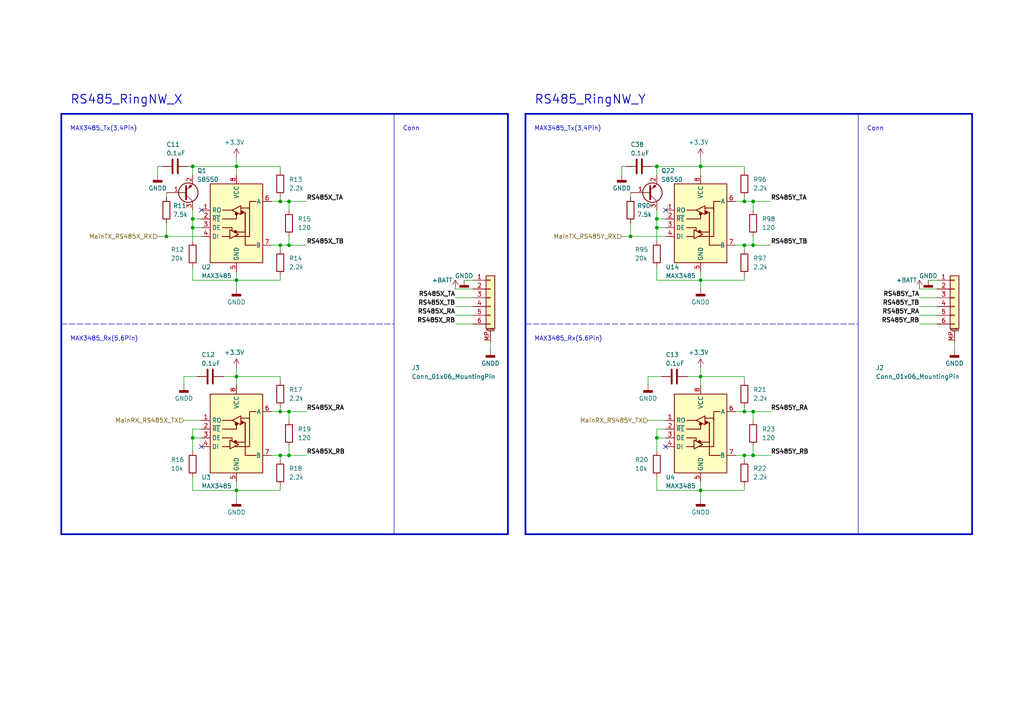
<source format=kicad_sch>
(kicad_sch (version 20230121) (generator eeschema)
  (paper "A4")
  (lib_symbols
    (symbol "Connector_Generic_MountingPin:Conn_01x06_MountingPin" (pin_names (offset 1.016) hide)
      (property "Reference" "J" (at 0 7.62 0))
      (property "Value" "Conn_01x06_MountingPin" (at 1.27 -10.16 0))
      (symbol "Conn_01x06_MountingPin_1_1"
        (rectangle (start -1.27 -7.493) (end 0 -7.747) (stroke (width 0.1524)))
        (rectangle (start -1.27 -4.953) (end 0 -5.207) (stroke (width 0.1524)))
        (rectangle (start -1.27 -2.413) (end 0 -2.667) (stroke (width 0.1524)))
        (rectangle (start -1.27 0.127) (end 0 -0.127) (stroke (width 0.1524)))
        (rectangle (start -1.27 2.667) (end 0 2.413) (stroke (width 0.1524)))
        (rectangle (start -1.27 5.207) (end 0 4.953) (stroke (width 0.1524)))
        (rectangle (start -1.27 6.35) (end 1.27 -8.89) (stroke (width 0.254)) (fill (type background)))
        (polyline (pts (xy -1.016 -9.652) (xy 1.016 -9.652)) (stroke (width 0.1524)))
        (text "Mounting" (at 0 -9.271 0) (effects (font (size 0.381 0.381))))
        (pin passive line (at -5.08 5.08 0) (length 3.81) (name "Pin_1") (number "1"))
        (pin passive line (at -5.08 2.54 0) (length 3.81) (name "Pin_2") (number "2"))
        (pin passive line (at -5.08 0 0) (length 3.81) (name "Pin_3") (number "3"))
        (pin passive line (at -5.08 -2.54 0) (length 3.81) (name "Pin_4") (number "4"))
        (pin passive line (at -5.08 -5.08 0) (length 3.81) (name "Pin_5") (number "5"))
        (pin passive line (at -5.08 -7.62 0) (length 3.81) (name "Pin_6") (number "6"))
        (pin passive line (at 0 -12.7 90) (length 3.048) (name "MountPin") (number "MP"))
      )
    )
    (symbol "Device:C" (pin_numbers hide) (pin_names (offset 0.254))
      (property "Reference" "C" (at 0.635 2.54 0))
      (property "Value" "C" (at 0.635 -2.54 0))
      (symbol "C_0_1"
        (polyline (pts (xy -2.032 -0.762) (xy 2.032 -0.762)) (stroke (width 0.508)))
        (polyline (pts (xy -2.032 0.762) (xy 2.032 0.762)) (stroke (width 0.508)))
      )
      (symbol "C_1_1"
        (pin passive line (at 0 3.81 270) (length 2.794) (name "~") (number "1"))
        (pin passive line (at 0 -3.81 90) (length 2.794) (name "~") (number "2"))
      )
    )
    (symbol "Device:Q_PNP_BEC" (pin_names (offset 0) hide)
      (property "Reference" "Q" (at 5.08 1.27 0))
      (property "Value" "Q_PNP_BEC" (at 5.08 -1.27 0))
      (symbol "Q_PNP_BEC_0_1"
        (polyline (pts (xy 0.635 0.635) (xy 2.54 2.54)))
        (polyline (pts (xy 0.635 -0.635) (xy 2.54 -2.54) (xy 2.54 -2.54)))
        (polyline (pts (xy 0.635 1.905) (xy 0.635 -1.905) (xy 0.635 -1.905)) (stroke (width 0.508)))
        (polyline (pts (xy 2.286 -1.778) (xy 1.778 -2.286) (xy 1.27 -1.27) (xy 2.286 -1.778) (xy 2.286 -1.778)) (fill (type outline)))
        (circle (center 1.27 0) (radius 2.8194) (stroke (width 0.254)))
      )
      (symbol "Q_PNP_BEC_1_1"
        (pin input line (at -5.08 0 0) (length 5.715) (name "B") (number "1"))
        (pin passive line (at 2.54 -5.08 90) (length 2.54) (name "E") (number "2"))
        (pin passive line (at 2.54 5.08 270) (length 2.54) (name "C") (number "3"))
      )
    )
    (symbol "Device:R" (pin_numbers hide) (pin_names (offset 0))
      (property "Reference" "R" (at 2.032 0 90))
      (property "Value" "R" (at 0 0 90))
      (symbol "R_0_1"
        (rectangle (start -1.016 -2.54) (end 1.016 2.54) (stroke (width 0.254)))
      )
      (symbol "R_1_1"
        (pin passive line (at 0 3.81 270) (length 1.27) (name "~") (number "1"))
        (pin passive line (at 0 -3.81 90) (length 1.27) (name "~") (number "2"))
      )
    )
    (symbol "MAX3485_1"
      (property "Reference" "U?" (at 2.0194 15.24 0))
      (property "Value" "MAX3485" (at 2.0194 12.7 0))
      (symbol "MAX3485_1_0_1"
        (rectangle (start -7.62 10.16) (end 7.62 -12.7) (stroke (width 0.254)) (fill (type background)))
        (circle (center -0.3048 -3.683) (radius 0.3556) (stroke (width 0.254)) (fill (type outline)))
        (circle (center -0.0254 1.4986) (radius 0.3556) (stroke (width 0.254)) (fill (type outline)))
        (polyline (pts (xy -4.064 -5.08) (xy -1.905 -5.08)) (stroke (width 0.254)))
        (polyline (pts (xy -4.064 2.54) (xy -1.27 2.54)) (stroke (width 0.254)))
        (polyline (pts (xy -1.27 -3.2004) (xy -1.27 -3.4544)) (stroke (width 0.254)))
        (polyline (pts (xy -0.635 -5.08) (xy 3.81 -5.08)) (stroke (width 0.254)))
        (polyline (pts (xy -4.064 -2.54) (xy -1.27 -2.54) (xy -1.27 -3.175)) (stroke (width 0.254)))
        (polyline (pts (xy 0 1.27) (xy 0 0) (xy -4.064 0)) (stroke (width 0.254)))
        (polyline (pts (xy 1.27 3.175) (xy 3.81 3.175) (xy 3.81 -5.08)) (stroke (width 0.254)))
        (polyline (pts (xy 2.54 1.905) (xy 2.54 -3.81) (xy 0 -3.81)) (stroke (width 0.254)))
        (polyline (pts (xy -1.905 -3.175) (xy -1.905 -5.715) (xy 0.635 -4.445) (xy -1.905 -3.175)) (stroke (width 0.254)))
        (polyline (pts (xy -1.27 2.54) (xy 1.27 3.81) (xy 1.27 1.27) (xy -1.27 2.54)) (stroke (width 0.254)))
        (polyline (pts (xy 3.81 3.175) (xy 3.81 2.54) (xy 3.81 5.08) (xy 5.715 5.08)) (stroke (width 0.254)))
        (polyline (pts (xy 1.905 1.905) (xy 2.54 1.905) (xy 2.54 -3.81) (xy 2.54 -6.985) (xy 2.54 -7.62) (xy 5.08 -7.62) (xy 5.715 -7.62)) (stroke (width 0.254)))
        (rectangle (start 1.27 3.175) (end 1.27 3.175))
        (circle (center 1.651 1.905) (radius 0.3556) (stroke (width 0.254)) (fill (type outline)))
      )
      (symbol "MAX3485_1_1_1"
        (pin output line (at -10.16 2.54 0) (length 2.54) (name "RO") (number "1"))
        (pin input line (at -10.16 0 0) (length 2.54) (name "~{RE}") (number "2"))
        (pin input line (at -10.16 -2.54 0) (length 2.54) (name "DE") (number "3"))
        (pin input line (at -10.16 -5.08 0) (length 2.54) (name "DI") (number "4"))
        (pin power_in line (at 0 -15.24 90) (length 2.54) (name "GND") (number "5"))
        (pin bidirectional line (at 10.16 5.08 180) (length 2.54) (name "A") (number "6"))
        (pin bidirectional line (at 10.16 -7.62 180) (length 2.54) (name "B") (number "7"))
        (pin power_in line (at 0 12.7 270) (length 2.54) (name "VCC") (number "8"))
      )
    )
    (symbol "power:+3.3V" (power) (pin_names (offset 0))
      (property "Value" "+3.3V" (at 0 3.556 0))
      (symbol "+3.3V_0_1"
        (polyline (pts (xy -0.762 1.27) (xy 0 2.54)))
        (polyline (pts (xy 0 0) (xy 0 2.54)))
        (polyline (pts (xy 0 2.54) (xy 0.762 1.27)))
      )
      (symbol "+3.3V_1_1"
        (pin power_in line (at 0 0 90) (length 0) hide (name "+3.3V") (number "1"))
      )
    )
    (symbol "power:+BATT" (power) (pin_names (offset 0))
      (property "Value" "+BATT" (at 0 3.556 0))
      (symbol "+BATT_0_1"
        (polyline (pts (xy -0.762 1.27) (xy 0 2.54)))
        (polyline (pts (xy 0 0) (xy 0 2.54)))
        (polyline (pts (xy 0 2.54) (xy 0.762 1.27)))
      )
      (symbol "+BATT_1_1"
        (pin power_in line (at 0 0 90) (length 0) hide (name "+BATT") (number "1"))
      )
    )
    (symbol "power:GNDD" (power) (pin_names (offset 0))
      (property "Value" "GNDD" (at 0 -3.175 0))
      (symbol "GNDD_0_1"
        (rectangle (start -1.27 -1.524) (end 1.27 -2.032) (stroke (width 0.254)) (fill (type outline)))
        (polyline (pts (xy 0 0) (xy 0 -1.524)))
      )
      (symbol "GNDD_1_1"
        (pin power_in line (at 0 0 270) (length 0) hide (name "GNDD") (number "1"))
      )
    )
  )
  (junction (at 81.28 71.12))
  (junction (at 55.88 63.5))
  (junction (at 55.88 66.04))
  (junction (at 182.88 68.58))
  (junction (at 83.82 58.42))
  (junction (at 215.9 58.42))
  (junction (at 203.2 48.26))
  (junction (at 218.44 132.08))
  (junction (at 215.9 119.38))
  (junction (at 218.44 58.42))
  (junction (at 190.5 66.04))
  (junction (at 68.58 81.28))
  (junction (at 81.28 132.08))
  (junction (at 55.88 127))
  (junction (at 48.26 68.58))
  (junction (at 68.58 109.22))
  (junction (at 190.5 127))
  (junction (at 203.2 109.22))
  (junction (at 190.5 48.26))
  (junction (at 81.28 119.38))
  (junction (at 68.58 142.24))
  (junction (at 218.44 71.12))
  (junction (at 203.2 142.24))
  (junction (at 203.2 81.28))
  (junction (at 68.58 48.26))
  (junction (at 215.9 132.08))
  (junction (at 81.28 58.42))
  (junction (at 218.44 119.38))
  (junction (at 83.82 132.08))
  (junction (at 83.82 71.12))
  (junction (at 83.82 119.38))
  (junction (at 55.88 48.26))
  (junction (at 190.5 63.5))
  (junction (at 215.9 71.12))
  (no_connect (at 193.04 60.96))
  (no_connect (at 193.04 129.54))
  (no_connect (at 58.42 60.96))
  (no_connect (at 58.42 129.54))
  (wire (pts (xy 48.26 64.77) (xy 48.26 68.58)))
  (wire (pts (xy 137.16 86.36) (xy 132.08 86.36)))
  (wire (pts (xy 137.16 91.44) (xy 132.08 91.44)))
  (wire (pts (xy 190.5 63.5) (xy 190.5 66.04)))
  (wire (pts (xy 53.34 121.92) (xy 58.42 121.92)))
  (wire (pts (xy 190.5 124.46) (xy 193.04 124.46)))
  (wire (pts (xy 68.58 81.28) (xy 81.28 81.28)))
  (polyline (pts (xy 152.4 154.94) (xy 281.94 154.94)) (stroke (width 0.5) (type solid)))
  (wire (pts (xy 81.28 140.97) (xy 81.28 142.24)))
  (wire (pts (xy 81.28 71.12) (xy 81.28 72.39)))
  (wire (pts (xy 203.2 48.26) (xy 215.9 48.26)))
  (wire (pts (xy 215.9 80.01) (xy 215.9 81.28)))
  (wire (pts (xy 81.28 109.22) (xy 81.28 110.49)))
  (wire (pts (xy 78.74 132.08) (xy 81.28 132.08)))
  (wire (pts (xy 83.82 119.38) (xy 88.9 119.38)))
  (wire (pts (xy 203.2 109.22) (xy 203.2 111.76)))
  (wire (pts (xy 182.88 68.58) (xy 193.04 68.58)))
  (wire (pts (xy 64.77 109.22) (xy 68.58 109.22)))
  (wire (pts (xy 137.16 81.28) (xy 134.62 81.28)))
  (wire (pts (xy 81.28 80.01) (xy 81.28 81.28)))
  (wire (pts (xy 83.82 132.08) (xy 88.9 132.08)))
  (wire (pts (xy 81.28 58.42) (xy 83.82 58.42)))
  (wire (pts (xy 215.9 48.26) (xy 215.9 49.53)))
  (wire (pts (xy 266.7 83.82) (xy 271.78 83.82)))
  (wire (pts (xy 190.5 81.28) (xy 203.2 81.28)))
  (wire (pts (xy 215.9 132.08) (xy 218.44 132.08)))
  (wire (pts (xy 45.72 48.26) (xy 46.99 48.26)))
  (wire (pts (xy 78.74 119.38) (xy 81.28 119.38)))
  (wire (pts (xy 83.82 119.38) (xy 83.82 121.92)))
  (wire (pts (xy 215.9 58.42) (xy 218.44 58.42)))
  (wire (pts (xy 187.96 121.92) (xy 193.04 121.92)))
  (wire (pts (xy 215.9 118.11) (xy 215.9 119.38)))
  (wire (pts (xy 215.9 71.12) (xy 215.9 72.39)))
  (polyline (pts (xy 17.78 93.98) (xy 114.3 93.98)) (stroke (width 0) (type dash)))
  (polyline (pts (xy 152.4 93.98) (xy 248.92 93.98)) (stroke (width 0) (type dash)))
  (wire (pts (xy 271.78 91.44) (xy 266.7 91.44)))
  (wire (pts (xy 55.88 81.28) (xy 68.58 81.28)))
  (wire (pts (xy 180.34 48.26) (xy 181.61 48.26)))
  (wire (pts (xy 218.44 132.08) (xy 223.52 132.08)))
  (wire (pts (xy 190.5 60.96) (xy 190.5 63.5)))
  (wire (pts (xy 78.74 58.42) (xy 81.28 58.42)))
  (wire (pts (xy 81.28 119.38) (xy 83.82 119.38)))
  (wire (pts (xy 213.36 119.38) (xy 215.9 119.38)))
  (wire (pts (xy 203.2 81.28) (xy 215.9 81.28)))
  (wire (pts (xy 215.9 119.38) (xy 218.44 119.38)))
  (wire (pts (xy 55.88 50.8) (xy 55.88 48.26)))
  (wire (pts (xy 213.36 132.08) (xy 215.9 132.08)))
  (wire (pts (xy 55.88 48.26) (xy 68.58 48.26)))
  (wire (pts (xy 182.88 64.77) (xy 182.88 68.58)))
  (wire (pts (xy 215.9 109.22) (xy 215.9 110.49)))
  (wire (pts (xy 190.5 48.26) (xy 203.2 48.26)))
  (wire (pts (xy 203.2 109.22) (xy 203.2 106.68)))
  (wire (pts (xy 276.86 99.06) (xy 276.86 101.6)))
  (wire (pts (xy 190.5 63.5) (xy 193.04 63.5)))
  (wire (pts (xy 53.34 109.22) (xy 57.15 109.22)))
  (wire (pts (xy 48.26 55.88) (xy 48.26 57.15)))
  (wire (pts (xy 48.26 68.58) (xy 58.42 68.58)))
  (wire (pts (xy 68.58 81.28) (xy 68.58 83.82)))
  (wire (pts (xy 68.58 109.22) (xy 68.58 111.76)))
  (wire (pts (xy 199.39 109.22) (xy 203.2 109.22)))
  (polyline (pts (xy 17.78 33.02) (xy 17.78 154.94)) (stroke (width 0.5) (type solid)))
  (wire (pts (xy 81.28 57.15) (xy 81.28 58.42)))
  (wire (pts (xy 203.2 81.28) (xy 203.2 83.82)))
  (wire (pts (xy 218.44 129.54) (xy 218.44 132.08)))
  (wire (pts (xy 190.5 66.04) (xy 190.5 69.85)))
  (wire (pts (xy 271.78 86.36) (xy 266.7 86.36)))
  (polyline (pts (xy 152.4 33.02) (xy 152.4 154.94)) (stroke (width 0.5) (type solid)))
  (wire (pts (xy 81.28 48.26) (xy 81.28 49.53)))
  (wire (pts (xy 215.9 140.97) (xy 215.9 142.24)))
  (wire (pts (xy 68.58 48.26) (xy 68.58 45.72)))
  (wire (pts (xy 45.72 50.8) (xy 45.72 48.26)))
  (wire (pts (xy 218.44 71.12) (xy 223.52 71.12)))
  (polyline (pts (xy 281.94 154.94) (xy 281.94 33.02)) (stroke (width 0.5) (type solid)))
  (wire (pts (xy 187.96 111.76) (xy 187.96 109.22)))
  (wire (pts (xy 203.2 78.74) (xy 203.2 81.28)))
  (wire (pts (xy 53.34 111.76) (xy 53.34 109.22)))
  (wire (pts (xy 203.2 109.22) (xy 215.9 109.22)))
  (wire (pts (xy 187.96 109.22) (xy 191.77 109.22)))
  (wire (pts (xy 180.34 68.58) (xy 182.88 68.58)))
  (wire (pts (xy 218.44 58.42) (xy 218.44 60.96)))
  (wire (pts (xy 203.2 48.26) (xy 203.2 45.72)))
  (wire (pts (xy 132.08 83.82) (xy 137.16 83.82)))
  (wire (pts (xy 45.72 68.58) (xy 48.26 68.58)))
  (wire (pts (xy 55.88 127) (xy 55.88 130.81)))
  (wire (pts (xy 213.36 71.12) (xy 215.9 71.12)))
  (wire (pts (xy 137.16 88.9) (xy 132.08 88.9)))
  (polyline (pts (xy 17.78 154.94) (xy 147.32 154.94)) (stroke (width 0.5) (type solid)))
  (wire (pts (xy 81.28 118.11) (xy 81.28 119.38)))
  (wire (pts (xy 190.5 66.04) (xy 193.04 66.04)))
  (wire (pts (xy 215.9 57.15) (xy 215.9 58.42)))
  (wire (pts (xy 218.44 58.42) (xy 223.52 58.42)))
  (polyline (pts (xy 281.94 33.02) (xy 152.4 33.02)) (stroke (width 0.5) (type solid)))
  (wire (pts (xy 218.44 119.38) (xy 223.52 119.38)))
  (wire (pts (xy 190.5 142.24) (xy 203.2 142.24)))
  (wire (pts (xy 142.24 99.06) (xy 142.24 101.6)))
  (wire (pts (xy 68.58 109.22) (xy 81.28 109.22)))
  (wire (pts (xy 68.58 78.74) (xy 68.58 81.28)))
  (wire (pts (xy 54.61 48.26) (xy 55.88 48.26)))
  (wire (pts (xy 213.36 58.42) (xy 215.9 58.42)))
  (wire (pts (xy 55.88 63.5) (xy 55.88 66.04)))
  (wire (pts (xy 83.82 71.12) (xy 88.9 71.12)))
  (wire (pts (xy 68.58 48.26) (xy 81.28 48.26)))
  (wire (pts (xy 68.58 142.24) (xy 68.58 144.78)))
  (wire (pts (xy 55.88 66.04) (xy 55.88 69.85)))
  (wire (pts (xy 203.2 139.7) (xy 203.2 142.24)))
  (wire (pts (xy 83.82 58.42) (xy 88.9 58.42)))
  (wire (pts (xy 55.88 60.96) (xy 55.88 63.5)))
  (wire (pts (xy 189.23 48.26) (xy 190.5 48.26)))
  (wire (pts (xy 218.44 68.58) (xy 218.44 71.12)))
  (wire (pts (xy 190.5 127) (xy 190.5 130.81)))
  (wire (pts (xy 55.88 127) (xy 58.42 127)))
  (wire (pts (xy 68.58 142.24) (xy 81.28 142.24)))
  (wire (pts (xy 203.2 142.24) (xy 215.9 142.24)))
  (wire (pts (xy 203.2 48.26) (xy 203.2 50.8)))
  (wire (pts (xy 68.58 109.22) (xy 68.58 106.68)))
  (wire (pts (xy 83.82 129.54) (xy 83.82 132.08)))
  (wire (pts (xy 271.78 88.9) (xy 266.7 88.9)))
  (wire (pts (xy 190.5 77.47) (xy 190.5 81.28)))
  (polyline (pts (xy 147.32 154.94) (xy 147.32 33.02)) (stroke (width 0.5) (type solid)))
  (wire (pts (xy 55.88 124.46) (xy 58.42 124.46)))
  (wire (pts (xy 55.88 66.04) (xy 58.42 66.04)))
  (wire (pts (xy 81.28 132.08) (xy 83.82 132.08)))
  (wire (pts (xy 215.9 71.12) (xy 218.44 71.12)))
  (wire (pts (xy 190.5 50.8) (xy 190.5 48.26)))
  (wire (pts (xy 218.44 119.38) (xy 218.44 121.92)))
  (wire (pts (xy 55.88 138.43) (xy 55.88 142.24)))
  (wire (pts (xy 81.28 132.08) (xy 81.28 133.35)))
  (wire (pts (xy 83.82 58.42) (xy 83.82 60.96)))
  (wire (pts (xy 68.58 48.26) (xy 68.58 50.8)))
  (wire (pts (xy 55.88 63.5) (xy 58.42 63.5)))
  (wire (pts (xy 137.16 93.98) (xy 132.08 93.98)))
  (wire (pts (xy 190.5 138.43) (xy 190.5 142.24)))
  (wire (pts (xy 55.88 142.24) (xy 68.58 142.24)))
  (wire (pts (xy 215.9 132.08) (xy 215.9 133.35)))
  (wire (pts (xy 190.5 124.46) (xy 190.5 127)))
  (wire (pts (xy 68.58 139.7) (xy 68.58 142.24)))
  (wire (pts (xy 203.2 142.24) (xy 203.2 144.78)))
  (wire (pts (xy 78.74 71.12) (xy 81.28 71.12)))
  (wire (pts (xy 55.88 77.47) (xy 55.88 81.28)))
  (polyline (pts (xy 147.32 33.02) (xy 17.78 33.02)) (stroke (width 0.5) (type solid)))
  (wire (pts (xy 180.34 50.8) (xy 180.34 48.26)))
  (wire (pts (xy 83.82 68.58) (xy 83.82 71.12)))
  (wire (pts (xy 55.88 124.46) (xy 55.88 127)))
  (wire (pts (xy 182.88 55.88) (xy 182.88 57.15)))
  (wire (pts (xy 271.78 93.98) (xy 266.7 93.98)))
  (wire (pts (xy 190.5 127) (xy 193.04 127)))
  (wire (pts (xy 81.28 71.12) (xy 83.82 71.12)))
  (wire (pts (xy 271.78 81.28) (xy 269.24 81.28)))
  (rectangle (start 114.3 33.02) (end 114.3 154.94))
  (rectangle (start 248.92 33.02) (end 248.92 154.94))
  (text "RS485_RingNW_X" (at 20.32 30.48 0) (effects (font (size 2.54 2.54) (thickness 0.254) bold) (justify left bottom)))
  (text "RS485_RingNW_Y" (at 154.94 30.48 0) (effects (font (size 2.54 2.54) (thickness 0.254) bold) (justify left bottom)))
  (text "MAX3485_Tx(3,4Pin)" (at 154.94 38.1 0) (effects (font (size 1.27 1.27)) (justify left bottom)))
  (text "MAX3485_Rx(5,6Pin)" (at 20.32 99.06 0) (effects (font (size 1.27 1.27)) (justify left bottom)))
  (text "MAX3485_Tx(3,4Pin)" (at 20.32 38.1 0) (effects (font (size 1.27 1.27)) (justify left bottom)))
  (text "Conn" (at 251.46 38.1 0) (effects (font (size 1.27 1.27)) (justify left bottom)))
  (text "Conn" (at 116.84 38.1 0) (effects (font (size 1.27 1.27)) (justify left bottom)))
  (text "MAX3485_Rx(5,6Pin)" (at 154.94 99.06 0) (effects (font (size 1.27 1.27)) (justify left bottom)))
  (label "RS485X_TB" (at 88.9 71.12 0) (effects (font (thickness 0.254) bold)))
  (label "RS485X_RB" (at 132.08 93.98 180) (effects (font (thickness 0.254) bold)))
  (label "RS485X_TA" (at 88.9 58.42 0) (effects (font (thickness 0.254) bold)))
  (label "RS485X_RA" (at 132.08 91.44 180) (effects (font (thickness 0.254) bold)))
  (label "RS485Y_TA" (at 223.52 58.42 0) (effects (font (thickness 0.254) bold)))
  (label "RS485Y_RB" (at 266.7 93.98 180) (effects (font (thickness 0.254) bold)))
  (label "RS485X_RB" (at 88.9 132.08 0) (effects (font (thickness 0.254) bold)))
  (label "RS485Y_RB" (at 223.52 132.08 0) (effects (font (thickness 0.254) bold)))
  (label "RS485X_TA" (at 132.08 86.36 180) (effects (font (thickness 0.254) bold)))
  (label "RS485X_TB" (at 132.08 88.9 180) (effects (font (thickness 0.254) bold)))
  (label "RS485X_RA" (at 88.9 119.38 0) (effects (font (thickness 0.254) bold)))
  (label "RS485Y_TA" (at 266.7 86.36 180) (effects (font (thickness 0.254) bold)))
  (label "RS485Y_RA" (at 266.7 91.44 180) (effects (font (thickness 0.254) bold)))
  (label "RS485Y_TB" (at 223.52 71.12 0) (effects (font (thickness 0.254) bold)))
  (label "RS485Y_TB" (at 266.7 88.9 180) (effects (font (thickness 0.254) bold)))
  (label "RS485Y_RA" (at 223.52 119.38 0) (effects (font (thickness 0.254) bold)))
  (hierarchical_label "MainTX_RS485X_RX" (shape input) (at 45.72 68.58 180))
  (hierarchical_label "MainTX_RS485Y_RX" (shape input) (at 180.34 68.58 180))
  (hierarchical_label "MainRX_RS485Y_TX" (shape input) (at 187.96 121.92 180))
  (hierarchical_label "MainRX_RS485X_TX" (shape input) (at 53.34 121.92 180))
  (symbol (lib_id "Device:R") (at 215.9 114.3 0) (unit 1)
    (property "Reference" "R21" (at 218.44 113.0299 0) (effects (justify left)))
    (property "Value" "2.2k" (at 218.44 115.5699 0) (effects (justify left)))
    (property "Footprint" "Resistor_SMD:R_0402_1005Metric" (effects hide))
  )
  (symbol (lib_id "Device:R") (at 218.44 64.77 0) (unit 1)
    (property "Reference" "R98" (at 220.98 63.4999 0) (effects (justify left)))
    (property "Value" "120" (at 220.98 66.0399 0) (effects (justify left)))
    (property "Footprint" "Resistor_SMD:R_0402_1005Metric" (effects hide))
  )
  (symbol (lib_id "power:GNDD") (at 68.58 83.82 0) (unit 1)
    (property "Reference" "#PWR021" (effects hide))
    (property "Value" "GNDD" (at 68.58 87.63 0))
  )
  (symbol (lib_name "MAX3485_1") (lib_id "Interface_UART:MAX3485") (at 68.58 124.46 0) (unit 1)
    (property "Reference" "U3" (at 58.42 138.43 0) (effects (justify left)))
    (property "Value" "MAX3485" (at 58.42 140.97 0) (effects (justify left)))
    (property "Footprint" "Package_SO:SOP-8_3.9x4.9mm_P1.27mm" (effects hide))
    (property "Datasheet" "https://datasheets.maximintegrated.com/en/ds/MAX3483-MAX3491.pdf" (effects hide))
  )
  (symbol (lib_id "power:GNDD") (at 53.34 111.76 0) (unit 1)
    (property "Reference" "#PWR022" (effects hide))
    (property "Value" "GNDD" (at 53.34 115.57 0))
  )
  (symbol (lib_id "Device:R") (at 83.82 125.73 0) (unit 1)
    (property "Reference" "R19" (at 86.36 124.4599 0) (effects (justify left)))
    (property "Value" "120" (at 86.36 126.9999 0) (effects (justify left)))
    (property "Footprint" "Resistor_SMD:R_0402_1005Metric" (effects hide))
  )
  (symbol (lib_id "Device:C") (at 185.42 48.26 270) (mirror x) (unit 1)
    (property "Reference" "C38" (at 182.88 41.91 90) (effects (justify left)))
    (property "Value" "0.1uF" (at 182.88 44.45 90) (effects (justify left)))
    (property "Footprint" "Capacitor_SMD:C_0402_1005Metric" (effects hide))
  )
  (symbol (lib_id "power:GNDD") (at 276.86 101.6 0) (unit 1)
    (property "Reference" "#PWR036" (effects hide))
    (property "Value" "GNDD" (at 276.86 105.41 0))
  )
  (symbol (lib_id "Connector_Generic_MountingPin:Conn_01x06_MountingPin") (at 142.24 86.36 0) (unit 1)
    (property "Reference" "J3" (at 119.38 106.68 0) (effects (justify left)))
    (property "Value" "Conn_01x06_MountingPin" (at 119.38 109.22 0) (effects (justify left)))
    (property "Footprint" "Connector_Molex:Molex_PicoBlade_53261-0671_1x06-1MP_P1.25mm_Horizontal" (effects hide))
  )
  (symbol (lib_id "power:+3.3V") (at 203.2 45.72 0) (unit 1)
    (property "Reference" "#PWR067" (effects hide))
    (property "Value" "+3.3V" (at 202.565 41.275 0))
  )
  (symbol (lib_id "Device:R") (at 190.5 73.66 0) (unit 1)
    (property "Reference" "R95" (at 184.15 72.39 0) (effects (justify left)))
    (property "Value" "20k" (at 184.15 74.93 0) (effects (justify left)))
    (property "Footprint" "Resistor_SMD:R_0402_1005Metric" (effects hide))
  )
  (symbol (lib_id "Device:C") (at 50.8 48.26 270) (mirror x) (unit 1)
    (property "Reference" "C11" (at 48.26 41.91 90) (effects (justify left)))
    (property "Value" "0.1uF" (at 48.26 44.45 90) (effects (justify left)))
    (property "Footprint" "Capacitor_SMD:C_0402_1005Metric" (effects hide))
  )
  (symbol (lib_id "Device:R") (at 81.28 53.34 0) (unit 1)
    (property "Reference" "R13" (at 83.82 52.0699 0) (effects (justify left)))
    (property "Value" "2.2k" (at 83.82 54.6099 0) (effects (justify left)))
    (property "Footprint" "Resistor_SMD:R_0402_1005Metric" (effects hide))
  )
  (symbol (lib_id "power:GNDD") (at 134.62 81.28 0) (unit 1)
    (property "Reference" "#PWR026" (effects hide))
    (property "Value" "GNDD" (at 134.62 80.01 0))
  )
  (symbol (lib_id "Device:R") (at 83.82 64.77 0) (unit 1)
    (property "Reference" "R15" (at 86.36 63.4999 0) (effects (justify left)))
    (property "Value" "120" (at 86.36 66.0399 0) (effects (justify left)))
    (property "Footprint" "Resistor_SMD:R_0402_1005Metric" (effects hide))
  )
  (symbol (lib_id "Device:R") (at 215.9 53.34 0) (unit 1)
    (property "Reference" "R96" (at 218.44 52.0699 0) (effects (justify left)))
    (property "Value" "2.2k" (at 218.44 54.6099 0) (effects (justify left)))
    (property "Footprint" "Resistor_SMD:R_0402_1005Metric" (effects hide))
  )
  (symbol (lib_name "MAX3485_1") (lib_id "Interface_UART:MAX3485") (at 203.2 124.46 0) (unit 1)
    (property "Reference" "U4" (at 193.04 138.43 0) (effects (justify left)))
    (property "Value" "MAX3485" (at 193.04 140.97 0) (effects (justify left)))
    (property "Footprint" "Package_SO:SOP-8_3.9x4.9mm_P1.27mm" (effects hide))
    (property "Datasheet" "https://datasheets.maximintegrated.com/en/ds/MAX3483-MAX3491.pdf" (effects hide))
  )
  (symbol (lib_id "Device:C") (at 195.58 109.22 270) (mirror x) (unit 1)
    (property "Reference" "C13" (at 193.04 102.87 90) (effects (justify left)))
    (property "Value" "0.1uF" (at 193.04 105.41 90) (effects (justify left)))
    (property "Footprint" "Capacitor_SMD:C_0402_1005Metric" (effects hide))
  )
  (symbol (lib_id "power:+3.3V") (at 68.58 45.72 0) (unit 1)
    (property "Reference" "#PWR020" (effects hide))
    (property "Value" "+3.3V" (at 67.945 41.275 0))
  )
  (symbol (lib_id "Device:R") (at 81.28 114.3 0) (unit 1)
    (property "Reference" "R17" (at 83.82 113.0299 0) (effects (justify left)))
    (property "Value" "2.2k" (at 83.82 115.5699 0) (effects (justify left)))
    (property "Footprint" "Resistor_SMD:R_0402_1005Metric" (effects hide))
  )
  (symbol (lib_id "Device:R") (at 182.88 60.96 0) (unit 1)
    (property "Reference" "R90" (at 184.785 59.6899 0) (effects (justify left)))
    (property "Value" "7.5k" (at 184.785 62.2299 0) (effects (justify left)))
    (property "Footprint" "Resistor_SMD:R_0603_1608Metric" (effects hide))
  )
  (symbol (lib_id "Device:R") (at 55.88 73.66 0) (unit 1)
    (property "Reference" "R12" (at 49.53 72.39 0) (effects (justify left)))
    (property "Value" "20k" (at 49.53 74.93 0) (effects (justify left)))
    (property "Footprint" "Resistor_SMD:R_0402_1005Metric" (effects hide))
  )
  (symbol (lib_id "power:GNDD") (at 269.24 81.28 0) (unit 1)
    (property "Reference" "#PWR035" (effects hide))
    (property "Value" "GNDD" (at 269.24 80.01 0))
  )
  (symbol (lib_id "power:GNDD") (at 187.96 111.76 0) (unit 1)
    (property "Reference" "#PWR028" (effects hide))
    (property "Value" "GNDD" (at 187.96 115.57 0))
  )
  (symbol (lib_id "power:GNDD") (at 68.58 144.78 0) (unit 1)
    (property "Reference" "#PWR024" (effects hide))
    (property "Value" "GNDD" (at 68.58 148.59 0))
  )
  (symbol (lib_id "Device:R") (at 55.88 134.62 0) (unit 1)
    (property "Reference" "R16" (at 49.53 133.35 0) (effects (justify left)))
    (property "Value" "10k" (at 49.53 135.89 0) (effects (justify left)))
    (property "Footprint" "Resistor_SMD:R_0402_1005Metric" (effects hide))
  )
  (symbol (lib_id "Device:R") (at 81.28 76.2 0) (unit 1)
    (property "Reference" "R14" (at 83.82 74.9299 0) (effects (justify left)))
    (property "Value" "2.2k" (at 83.82 77.4699 0) (effects (justify left)))
    (property "Footprint" "Resistor_SMD:R_0402_1005Metric" (effects hide))
  )
  (symbol (lib_id "Device:R") (at 215.9 76.2 0) (unit 1)
    (property "Reference" "R97" (at 218.44 74.9299 0) (effects (justify left)))
    (property "Value" "2.2k" (at 218.44 77.4699 0) (effects (justify left)))
    (property "Footprint" "Resistor_SMD:R_0402_1005Metric" (effects hide))
  )
  (symbol (lib_id "power:+BATT") (at 132.08 83.82 0) (mirror y) (unit 1)
    (property "Reference" "#PWR025" (effects hide))
    (property "Value" "+BATT" (at 128.27 81.28 0))
  )
  (symbol (lib_id "Device:R") (at 190.5 134.62 0) (unit 1)
    (property "Reference" "R20" (at 184.15 133.35 0) (effects (justify left)))
    (property "Value" "10k" (at 184.15 135.89 0) (effects (justify left)))
    (property "Footprint" "Resistor_SMD:R_0402_1005Metric" (effects hide))
  )
  (symbol (lib_id "Device:R") (at 218.44 125.73 0) (unit 1)
    (property "Reference" "R23" (at 220.98 124.4599 0) (effects (justify left)))
    (property "Value" "120" (at 220.98 126.9999 0) (effects (justify left)))
    (property "Footprint" "Resistor_SMD:R_0402_1005Metric" (effects hide))
  )
  (symbol (lib_name "MAX3485_1") (lib_id "Interface_UART:MAX3485") (at 68.58 63.5 0) (unit 1)
    (property "Reference" "U2" (at 58.42 77.47 0) (effects (justify left)))
    (property "Value" "MAX3485" (at 58.42 80.01 0) (effects (justify left)))
    (property "Footprint" "Package_SO:SOP-8_3.9x4.9mm_P1.27mm" (effects hide))
    (property "Datasheet" "https://datasheets.maximintegrated.com/en/ds/MAX3483-MAX3491.pdf" (effects hide))
  )
  (symbol (lib_id "Device:Q_PNP_BEC") (at 187.96 55.88 0) (mirror x) (unit 1)
    (property "Reference" "Q22" (at 191.77 49.53 0) (effects (justify left)))
    (property "Value" "S8550" (at 191.77 52.07 0) (effects (justify left)))
    (property "Footprint" "Package_TO_SOT_SMD:SOT-23" (effects hide))
  )
  (symbol (lib_name "MAX3485_1") (lib_id "Interface_UART:MAX3485") (at 203.2 63.5 0) (unit 1)
    (property "Reference" "U14" (at 193.04 77.47 0) (effects (justify left)))
    (property "Value" "MAX3485" (at 193.04 80.01 0) (effects (justify left)))
    (property "Footprint" "Package_SO:SOP-8_3.9x4.9mm_P1.27mm" (effects hide))
    (property "Datasheet" "https://datasheets.maximintegrated.com/en/ds/MAX3483-MAX3491.pdf" (effects hide))
  )
  (symbol (lib_id "Device:R") (at 81.28 137.16 0) (unit 1)
    (property "Reference" "R18" (at 83.82 135.8899 0) (effects (justify left)))
    (property "Value" "2.2k" (at 83.82 138.4299 0) (effects (justify left)))
    (property "Footprint" "Resistor_SMD:R_0402_1005Metric" (effects hide))
  )
  (symbol (lib_id "Connector_Generic_MountingPin:Conn_01x06_MountingPin") (at 276.86 86.36 0) (unit 1)
    (property "Reference" "J2" (at 254 106.68 0) (effects (justify left)))
    (property "Value" "Conn_01x06_MountingPin" (at 254 109.22 0) (effects (justify left)))
    (property "Footprint" "Connector_Molex:Molex_PicoBlade_53261-0671_1x06-1MP_P1.25mm_Horizontal" (effects hide))
  )
  (symbol (lib_id "power:GNDD") (at 45.72 50.8 0) (unit 1)
    (property "Reference" "#PWR019" (effects hide))
    (property "Value" "GNDD" (at 45.72 54.61 0))
  )
  (symbol (lib_id "Device:R") (at 215.9 137.16 0) (unit 1)
    (property "Reference" "R22" (at 218.44 135.8899 0) (effects (justify left)))
    (property "Value" "2.2k" (at 218.44 138.4299 0) (effects (justify left)))
    (property "Footprint" "Resistor_SMD:R_0402_1005Metric" (effects hide))
  )
  (symbol (lib_id "Device:C") (at 60.96 109.22 270) (mirror x) (unit 1)
    (property "Reference" "C12" (at 58.42 102.87 90) (effects (justify left)))
    (property "Value" "0.1uF" (at 58.42 105.41 90) (effects (justify left)))
    (property "Footprint" "Capacitor_SMD:C_0402_1005Metric" (effects hide))
  )
  (symbol (lib_id "power:GNDD") (at 203.2 83.82 0) (unit 1)
    (property "Reference" "#PWR074" (effects hide))
    (property "Value" "GNDD" (at 203.2 87.63 0))
  )
  (symbol (lib_id "Device:R") (at 48.26 60.96 0) (unit 1)
    (property "Reference" "R11" (at 50.165 59.6899 0) (effects (justify left)))
    (property "Value" "7.5k" (at 50.165 62.2299 0) (effects (justify left)))
    (property "Footprint" "Resistor_SMD:R_0603_1608Metric" (effects hide))
  )
  (symbol (lib_id "power:GNDD") (at 203.2 144.78 0) (unit 1)
    (property "Reference" "#PWR030" (effects hide))
    (property "Value" "GNDD" (at 203.2 148.59 0))
  )
  (symbol (lib_id "power:+3.3V") (at 203.2 106.68 0) (unit 1)
    (property "Reference" "#PWR029" (effects hide))
    (property "Value" "+3.3V" (at 202.565 102.235 0))
  )
  (symbol (lib_id "Device:Q_PNP_BEC") (at 53.34 55.88 0) (mirror x) (unit 1)
    (property "Reference" "Q1" (at 57.15 49.53 0) (effects (justify left)))
    (property "Value" "S8550" (at 57.15 52.07 0) (effects (justify left)))
    (property "Footprint" "Package_TO_SOT_SMD:SOT-23" (effects hide))
  )
  (symbol (lib_id "power:GNDD") (at 142.24 101.6 0) (unit 1)
    (property "Reference" "#PWR027" (effects hide))
    (property "Value" "GNDD" (at 142.24 105.41 0))
  )
  (symbol (lib_id "power:GNDD") (at 180.34 50.8 0) (unit 1)
    (property "Reference" "#PWR066" (effects hide))
    (property "Value" "GNDD" (at 180.34 54.61 0))
  )
  (symbol (lib_id "power:+BATT") (at 266.7 83.82 0) (mirror y) (unit 1)
    (property "Reference" "#PWR034" (effects hide))
    (property "Value" "+BATT" (at 262.89 81.28 0))
  )
  (symbol (lib_id "power:+3.3V") (at 68.58 106.68 0) (unit 1)
    (property "Reference" "#PWR023" (effects hide))
    (property "Value" "+3.3V" (at 67.945 102.235 0))
  )
)
</source>
